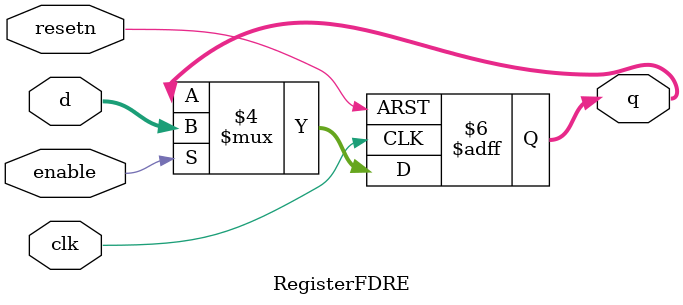
<source format=sv>

module RegisterFDRE
    #(
        parameter SIZE = 8
    )(
        input  clk,
        input  resetn,
        input  enable,
        // data
        input  [SIZE-1:0] d,
        output reg [SIZE-1:0] q
    );

    // Register description //////////////////////////////////////////////////////
    always @ (posedge clk or negedge resetn) begin
        if(~resetn) begin
            q <= {SIZE{1'b0}};
        end
        else begin
            if (enable) begin
                q <= d;
            end
            else begin
                q <= q;
            end
        end
    end        
    //////////////////////////////////////////////////////////////////////////////
    
endmodule

</source>
